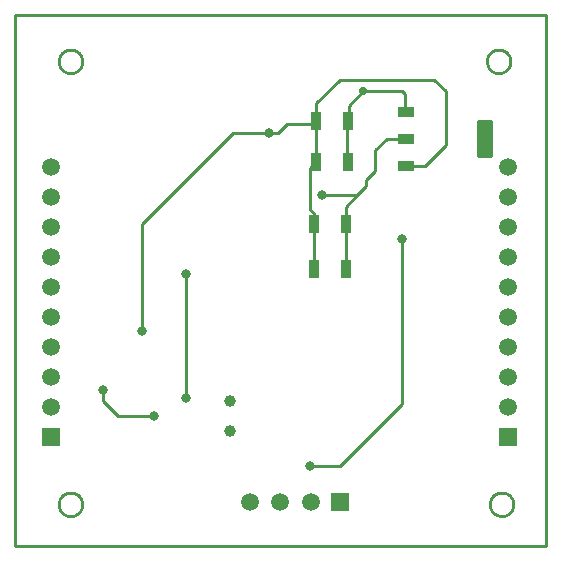
<source format=gbl>
%FSLAX43Y43*%
%MOMM*%
G71*
G01*
G75*
G04 Layer_Physical_Order=2*
G04 Layer_Color=16711680*
%ADD10R,2.000X1.250*%
%ADD11R,1.250X0.600*%
%ADD12R,1.600X0.900*%
G04:AMPARAMS|DCode=13|XSize=1.56mm|YSize=0.41mm|CornerRadius=0.051mm|HoleSize=0mm|Usage=FLASHONLY|Rotation=0.000|XOffset=0mm|YOffset=0mm|HoleType=Round|Shape=RoundedRectangle|*
%AMROUNDEDRECTD13*
21,1,1.560,0.308,0,0,0.0*
21,1,1.458,0.410,0,0,0.0*
1,1,0.102,0.729,-0.154*
1,1,0.102,-0.729,-0.154*
1,1,0.102,-0.729,0.154*
1,1,0.102,0.729,0.154*
%
%ADD13ROUNDEDRECTD13*%
%ADD14R,0.900X1.600*%
%ADD15R,1.900X1.900*%
%ADD16R,1.450X1.300*%
%ADD17R,1.600X1.400*%
%ADD18R,0.400X1.350*%
%ADD19C,0.254*%
%ADD20C,1.500*%
%ADD21R,1.500X1.500*%
%ADD22R,1.500X1.500*%
%ADD23C,1.000*%
%ADD24C,0.800*%
%ADD25C,0.700*%
G04:AMPARAMS|DCode=26|XSize=1.31mm|YSize=0.93mm|CornerRadius=0.07mm|HoleSize=0mm|Usage=FLASHONLY|Rotation=0.000|XOffset=0mm|YOffset=0mm|HoleType=Round|Shape=RoundedRectangle|*
%AMROUNDEDRECTD26*
21,1,1.310,0.790,0,0,0.0*
21,1,1.171,0.930,0,0,0.0*
1,1,0.140,0.585,-0.395*
1,1,0.140,-0.585,-0.395*
1,1,0.140,-0.585,0.395*
1,1,0.140,0.585,0.395*
%
%ADD26ROUNDEDRECTD26*%
G04:AMPARAMS|DCode=27|XSize=1.31mm|YSize=3.24mm|CornerRadius=0.098mm|HoleSize=0mm|Usage=FLASHONLY|Rotation=0.000|XOffset=0mm|YOffset=0mm|HoleType=Round|Shape=RoundedRectangle|*
%AMROUNDEDRECTD27*
21,1,1.310,3.043,0,0,0.0*
21,1,1.113,3.240,0,0,0.0*
1,1,0.197,0.557,-1.522*
1,1,0.197,-0.557,-1.522*
1,1,0.197,-0.557,1.522*
1,1,0.197,0.557,1.522*
%
%ADD27ROUNDEDRECTD27*%
D14*
X108200Y87500D02*
D03*
X105500D02*
D03*
X108200Y91000D02*
D03*
X105500D02*
D03*
X105300Y82250D02*
D03*
X108000D02*
D03*
X105300Y78500D02*
D03*
X108000D02*
D03*
D19*
Y83750D02*
X109000Y84750D01*
X108000Y82250D02*
Y83750D01*
X106000Y84750D02*
X109000D01*
X105000Y87000D02*
X105500Y87500D01*
X105000Y83500D02*
Y87000D01*
Y83500D02*
X105300Y83200D01*
Y82250D02*
Y83200D01*
Y78500D02*
Y82250D01*
X108000Y78500D02*
Y82250D01*
X105500Y91000D02*
Y92500D01*
X109750Y85500D02*
Y86000D01*
X109000Y84750D02*
X109750Y85500D01*
X108119Y87581D02*
X108200Y87500D01*
X108119Y87581D02*
Y90919D01*
X108200Y91000D01*
X105500Y87500D02*
Y91000D01*
X105250Y90750D02*
X105500Y91000D01*
X103000Y90750D02*
X105250D01*
X108200Y91000D02*
X108250Y91050D01*
Y92250D01*
X109500Y93500D01*
X113155Y87210D02*
X114710D01*
X116500Y89000D01*
Y93500D01*
X115500Y94500D02*
X116500Y93500D01*
X107500Y94500D02*
X115500D01*
X105500Y92500D02*
X107500Y94500D01*
X112750Y93500D02*
X113000Y93250D01*
X109500Y93500D02*
X112750D01*
X113155Y89500D02*
X113155Y89500D01*
X111500Y89500D02*
X113155D01*
X110500Y88500D02*
X111500Y89500D01*
X110500Y86750D02*
Y88500D01*
X109750Y86000D02*
X110500Y86750D01*
X113000Y91945D02*
X113155Y91790D01*
X113000Y91945D02*
Y93250D01*
X88750Y66000D02*
X91750D01*
X101500Y90000D02*
X102250D01*
X103000Y90750D01*
X105000Y61750D02*
X107500D01*
X112750Y67000D01*
Y81000D01*
X94500Y67500D02*
Y78000D01*
X87500Y67250D02*
X88750Y66000D01*
X87500Y67250D02*
Y68250D01*
X98500Y90000D02*
X101500D01*
X90750Y82250D02*
X98500Y90000D01*
X90750Y73250D02*
Y82250D01*
X90750Y73250D02*
X90750Y73250D01*
X85750Y96000D02*
G03*
X85750Y96000I-1000J0D01*
G01*
X122000D02*
G03*
X122000Y96000I-1000J0D01*
G01*
X85750Y58500D02*
G03*
X85750Y58500I-1000J0D01*
G01*
X122250D02*
G03*
X122250Y58500I-1000J0D01*
G01*
X80000Y55000D02*
X125000D01*
Y100000D01*
X80000Y55000D02*
Y100000D01*
X125000D01*
D20*
X99880Y58750D02*
D03*
X102420D02*
D03*
X105050D02*
D03*
X83058Y87122D02*
D03*
Y84582D02*
D03*
Y82042D02*
D03*
Y66802D02*
D03*
Y69342D02*
D03*
Y71882D02*
D03*
Y74422D02*
D03*
Y76962D02*
D03*
Y79502D02*
D03*
X121750Y87110D02*
D03*
Y84570D02*
D03*
Y82030D02*
D03*
Y66790D02*
D03*
Y69330D02*
D03*
Y71870D02*
D03*
Y74410D02*
D03*
Y76950D02*
D03*
Y79490D02*
D03*
D21*
X107500Y58750D02*
D03*
D22*
X83058Y64262D02*
D03*
X121750Y64250D02*
D03*
D23*
X98250Y67250D02*
D03*
Y64750D02*
D03*
D24*
X106000Y84750D02*
D03*
X91750Y66000D02*
D03*
X101500Y90000D02*
D03*
X105000Y61750D02*
D03*
X112750Y81000D02*
D03*
X94500Y67500D02*
D03*
Y78000D02*
D03*
X87500Y68250D02*
D03*
X90750Y73250D02*
D03*
D25*
X109500Y93500D02*
D03*
D26*
X113155Y87210D02*
D03*
Y89500D02*
D03*
Y91790D02*
D03*
D27*
X119845Y89500D02*
D03*
M02*

</source>
